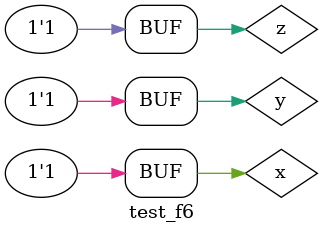
<source format=v>

module f6a ( output s, input x, input y, input z );
    // descrever por expressao
    assign s =  (x & y) | ~(x &y) | (x& ~y) | (x & ~z) ;
endmodule // f6a

module test_f6;
// ------------------------- definir dados
    reg x;
    reg y;
    reg z;
    wire s;
    
    f6a moduloA (s, x, y, z); 

// ------------------------- parte principal
   initial
   begin : main
    $display("Guia_0601 - Rayssa Mell de Souza Silva - 860210");
    $display("Test module");
    $display("   x    y    z    s");
    // projetar testes do modulo
    $monitor("%4b %4b %4b %4b", x, y, z, s);
       x = 1'b0; y = 1'b0; z = 1'b0; 
    #1 x = 1'b0; y = 1'b0; z = 1'b1;
    #1 x = 1'b0; y = 1'b1; z = 1'b0;
    #1 x = 1'b0; y = 1'b1; z = 1'b1;
    #1 x = 1'b1; y = 1'b0; z = 1'b0;
    #1 x = 1'b1; y = 1'b0; z = 1'b1;
    #1 x = 1'b1; y = 1'b1; z = 1'b0;
    #1 x = 1'b1; y = 1'b1; z = 1'b1;
end
endmodule // test_f6

/* Registro de Resultado 

a) f (x,y,z) = ∑ m ( 1, 6, 7 ) => assign s = (~x & ~y & z) | ( x & y);
Tabela verdade:     x    y    z    s
                    0    0    0    0
                    0    0    1    1
                    0    1    0    0
                    0    1    1    0
                    1    0    0    0
                    1    0    1    0
                    1    1    0    1
                    1    1    1    1

b) f (x,y,z) = ∑ m ( 2, 4, 6 ) => assign s = (y & ~z)  | (x & ~z);   
Tabela verdade:     x    y    z    s
                    0    0    0    0
                    0    0    1    0
                    0    1    0    1
                    0    1    1    0
                    1    0    0    1
                    1    0    1    0
                    1    1    0    1
                    1    1    1    0

c) f (x,y,z) = ∑ m ( 1, 2, 5, 6 ) => assign s = (~y & z)  | (y & ~z);
Tabela Verdade:     x    y    z    s
                    0    0    0    0
                    0    0    1    1
                    0    1    0    1
                    0    1    1    0
                    1    0    0    0
                    1    0    1    1
                    1    1    0    1
                    1    1    1    0

d) f (x,y,z) = ∑ m ( 1, 2, 4, 5 ) => assign s =  (~y & z) | (x & ~y) | (~x & y & ~z);
Tabela verdade:     x    y    z    s
                    0    0    0    0
                    0    0    1    1
                    0    1    0    1
                    0    1    1    0
                    1    0    0    1
                    1    0    1    1
                    1    1    0    0
                    1    1    1    0

e) f (x,y,z) = ∑ m ( 0, 3, 6, 7 ) => assign s =  (x & y) | (y & z) | (~x & ~y & ~z);
Tabela verdade:    x    y    z    s
                   0    0    0    1
                   0    0    1    0
                   0    1    0    0
                   0    1    1    1
                   1    0    0    0
                   1    0    1    0
                   1    1    0    1
                   1    1    1    1
*/
</source>
